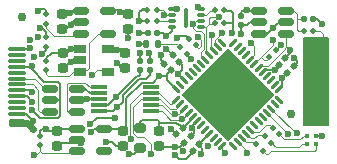
<source format=gbr>
%TF.GenerationSoftware,KiCad,Pcbnew,(6.0.4)*%
%TF.CreationDate,2022-11-15T14:04:26+01:00*%
%TF.ProjectId,tk1,746b312e-6b69-4636-9164-5f7063625858,rev?*%
%TF.SameCoordinates,Original*%
%TF.FileFunction,Copper,L1,Top*%
%TF.FilePolarity,Positive*%
%FSLAX46Y46*%
G04 Gerber Fmt 4.6, Leading zero omitted, Abs format (unit mm)*
G04 Created by KiCad (PCBNEW (6.0.4)) date 2022-11-15 14:04:26*
%MOMM*%
%LPD*%
G01*
G04 APERTURE LIST*
G04 Aperture macros list*
%AMRoundRect*
0 Rectangle with rounded corners*
0 $1 Rounding radius*
0 $2 $3 $4 $5 $6 $7 $8 $9 X,Y pos of 4 corners*
0 Add a 4 corners polygon primitive as box body*
4,1,4,$2,$3,$4,$5,$6,$7,$8,$9,$2,$3,0*
0 Add four circle primitives for the rounded corners*
1,1,$1+$1,$2,$3*
1,1,$1+$1,$4,$5*
1,1,$1+$1,$6,$7*
1,1,$1+$1,$8,$9*
0 Add four rect primitives between the rounded corners*
20,1,$1+$1,$2,$3,$4,$5,0*
20,1,$1+$1,$4,$5,$6,$7,0*
20,1,$1+$1,$6,$7,$8,$9,0*
20,1,$1+$1,$8,$9,$2,$3,0*%
%AMRotRect*
0 Rectangle, with rotation*
0 The origin of the aperture is its center*
0 $1 length*
0 $2 width*
0 $3 Rotation angle, in degrees counterclockwise*
0 Add horizontal line*
21,1,$1,$2,0,0,$3*%
G04 Aperture macros list end*
%TA.AperFunction,SMDPad,CuDef*%
%ADD10C,0.750000*%
%TD*%
%TA.AperFunction,SMDPad,CuDef*%
%ADD11RoundRect,0.129500X0.129500X-0.150500X0.129500X0.150500X-0.129500X0.150500X-0.129500X-0.150500X0*%
%TD*%
%TA.AperFunction,SMDPad,CuDef*%
%ADD12RoundRect,0.129500X-0.014849X-0.197990X0.197990X0.014849X0.014849X0.197990X-0.197990X-0.014849X0*%
%TD*%
%TA.AperFunction,SMDPad,CuDef*%
%ADD13RoundRect,0.129500X0.014849X0.197990X-0.197990X-0.014849X-0.014849X-0.197990X0.197990X0.014849X0*%
%TD*%
%TA.AperFunction,SMDPad,CuDef*%
%ADD14RoundRect,0.129500X0.197990X-0.014849X-0.014849X0.197990X-0.197990X0.014849X0.014849X-0.197990X0*%
%TD*%
%TA.AperFunction,SMDPad,CuDef*%
%ADD15RoundRect,0.147500X0.147500X0.172500X-0.147500X0.172500X-0.147500X-0.172500X0.147500X-0.172500X0*%
%TD*%
%TA.AperFunction,SMDPad,CuDef*%
%ADD16R,0.450000X0.450000*%
%TD*%
%TA.AperFunction,SMDPad,CuDef*%
%ADD17RoundRect,0.112500X-0.112500X0.112500X-0.112500X-0.112500X0.112500X-0.112500X0.112500X0.112500X0*%
%TD*%
%TA.AperFunction,SMDPad,CuDef*%
%ADD18RoundRect,0.112500X-0.159099X0.000000X0.000000X-0.159099X0.159099X0.000000X0.000000X0.159099X0*%
%TD*%
%TA.AperFunction,SMDPad,CuDef*%
%ADD19RoundRect,0.112500X0.000000X0.159099X-0.159099X0.000000X0.000000X-0.159099X0.159099X0.000000X0*%
%TD*%
%TA.AperFunction,SMDPad,CuDef*%
%ADD20RoundRect,0.150000X0.512500X0.150000X-0.512500X0.150000X-0.512500X-0.150000X0.512500X-0.150000X0*%
%TD*%
%TA.AperFunction,SMDPad,CuDef*%
%ADD21RoundRect,0.062500X0.220971X0.309359X-0.309359X-0.220971X-0.220971X-0.309359X0.309359X0.220971X0*%
%TD*%
%TA.AperFunction,SMDPad,CuDef*%
%ADD22RoundRect,0.062500X-0.220971X0.309359X-0.309359X0.220971X0.220971X-0.309359X0.309359X-0.220971X0*%
%TD*%
%TA.AperFunction,SMDPad,CuDef*%
%ADD23RotRect,5.600000X5.600000X225.000000*%
%TD*%
%TA.AperFunction,SMDPad,CuDef*%
%ADD24RoundRect,0.200000X-0.225000X0.200000X-0.225000X-0.200000X0.225000X-0.200000X0.225000X0.200000X0*%
%TD*%
%TA.AperFunction,SMDPad,CuDef*%
%ADD25RoundRect,0.200000X-0.275000X0.200000X-0.275000X-0.200000X0.275000X-0.200000X0.275000X0.200000X0*%
%TD*%
%TA.AperFunction,SMDPad,CuDef*%
%ADD26RoundRect,0.112500X0.112500X-0.112500X0.112500X0.112500X-0.112500X0.112500X-0.112500X-0.112500X0*%
%TD*%
%TA.AperFunction,SMDPad,CuDef*%
%ADD27RoundRect,0.150000X-0.512500X-0.150000X0.512500X-0.150000X0.512500X0.150000X-0.512500X0.150000X0*%
%TD*%
%TA.AperFunction,SMDPad,CuDef*%
%ADD28R,1.000000X0.700000*%
%TD*%
%TA.AperFunction,SMDPad,CuDef*%
%ADD29RoundRect,0.112500X0.112500X0.112500X-0.112500X0.112500X-0.112500X-0.112500X0.112500X-0.112500X0*%
%TD*%
%TA.AperFunction,SMDPad,CuDef*%
%ADD30RoundRect,0.129500X0.150500X0.129500X-0.150500X0.129500X-0.150500X-0.129500X0.150500X-0.129500X0*%
%TD*%
%TA.AperFunction,SMDPad,CuDef*%
%ADD31R,1.400000X0.300000*%
%TD*%
%TA.AperFunction,SMDPad,CuDef*%
%ADD32RoundRect,0.112500X-0.112500X-0.112500X0.112500X-0.112500X0.112500X0.112500X-0.112500X0.112500X0*%
%TD*%
%TA.AperFunction,SMDPad,CuDef*%
%ADD33RoundRect,0.075000X0.225000X0.075000X-0.225000X0.075000X-0.225000X-0.075000X0.225000X-0.075000X0*%
%TD*%
%TA.AperFunction,SMDPad,CuDef*%
%ADD34RoundRect,0.075000X-0.075000X-0.775000X0.075000X-0.775000X0.075000X0.775000X-0.075000X0.775000X0*%
%TD*%
%TA.AperFunction,SMDPad,CuDef*%
%ADD35RoundRect,0.129500X-0.150500X-0.129500X0.150500X-0.129500X0.150500X0.129500X-0.150500X0.129500X0*%
%TD*%
%TA.AperFunction,SMDPad,CuDef*%
%ADD36RoundRect,0.250000X0.650000X-0.325000X0.650000X0.325000X-0.650000X0.325000X-0.650000X-0.325000X0*%
%TD*%
%TA.AperFunction,SMDPad,CuDef*%
%ADD37RoundRect,0.075000X0.675000X0.075000X-0.675000X0.075000X-0.675000X-0.075000X0.675000X-0.075000X0*%
%TD*%
%TA.AperFunction,SMDPad,CuDef*%
%ADD38RoundRect,0.175000X0.525000X0.175000X-0.525000X0.175000X-0.525000X-0.175000X0.525000X-0.175000X0*%
%TD*%
%TA.AperFunction,ViaPad*%
%ADD39C,0.600000*%
%TD*%
%TA.AperFunction,Conductor*%
%ADD40C,0.200000*%
%TD*%
%TA.AperFunction,Conductor*%
%ADD41C,0.600000*%
%TD*%
%TA.AperFunction,Conductor*%
%ADD42C,0.125000*%
%TD*%
G04 APERTURE END LIST*
D10*
%TO.P,FID1,*%
%TO.N,*%
X101500000Y-88500000D03*
%TD*%
%TO.P,FID2,*%
%TO.N,*%
X124250000Y-96750000D03*
%TD*%
D11*
%TO.P,C7,1*%
%TO.N,+3V3*%
X111450000Y-93040000D03*
%TO.P,C7,2*%
%TO.N,GND*%
X111450000Y-92260000D03*
%TD*%
%TO.P,C13,1*%
%TO.N,+3V3*%
X112350000Y-93040000D03*
%TO.P,C13,2*%
%TO.N,GND*%
X112350000Y-92260000D03*
%TD*%
D12*
%TO.P,C16,1*%
%TO.N,+1V2*%
X123224228Y-92575772D03*
%TO.P,C16,2*%
%TO.N,GND*%
X123775772Y-92024228D03*
%TD*%
D13*
%TO.P,C17,1*%
%TO.N,/Application FPGA/APP_+1.2_PLL*%
X115075772Y-97924228D03*
%TO.P,C17,2*%
%TO.N,GND*%
X114524228Y-98475772D03*
%TD*%
D14*
%TO.P,C18,1*%
%TO.N,+2V5*%
X114075772Y-93025772D03*
%TO.P,C18,2*%
%TO.N,GND*%
X113524228Y-92474228D03*
%TD*%
D12*
%TO.P,C19,1*%
%TO.N,+3V3*%
X123924228Y-93275772D03*
%TO.P,C19,2*%
%TO.N,GND*%
X124475772Y-92724228D03*
%TD*%
D13*
%TO.P,C20,1*%
%TO.N,+1V2*%
X115775772Y-98624228D03*
%TO.P,C20,2*%
%TO.N,GND*%
X115224228Y-99175772D03*
%TD*%
%TO.P,C21,1*%
%TO.N,+3V3*%
X116475772Y-99324228D03*
%TO.P,C21,2*%
%TO.N,GND*%
X115924228Y-99875772D03*
%TD*%
D15*
%TO.P,D1,1,K*%
%TO.N,Net-(D1-Pad1)*%
X112985000Y-90850000D03*
%TO.P,D1,2,A*%
%TO.N,+2V5*%
X112015000Y-90850000D03*
%TD*%
D16*
%TO.P,D3,1,A*%
%TO.N,+3V3*%
X126380000Y-98570000D03*
%TO.P,D3,2,RK*%
%TO.N,Net-(D3-Pad2)*%
X126380000Y-99330000D03*
%TO.P,D3,3,GK*%
%TO.N,Net-(D3-Pad3)*%
X125620000Y-99330000D03*
%TO.P,D3,4,BK*%
%TO.N,Net-(D3-Pad4)*%
X125620000Y-98570000D03*
%TD*%
D17*
%TO.P,R1,1*%
%TO.N,+5V*%
X103550000Y-88300000D03*
%TO.P,R1,2*%
%TO.N,Net-(R1-Pad2)*%
X103550000Y-89100000D03*
%TD*%
%TO.P,R2,1*%
%TO.N,+5V*%
X103550000Y-92250000D03*
%TO.P,R2,2*%
%TO.N,VCC_OK*%
X103550000Y-93050000D03*
%TD*%
D18*
%TO.P,R16,1*%
%TO.N,APP_LED_RED*%
X121317157Y-99317157D03*
%TO.P,R16,2*%
%TO.N,Net-(D3-Pad2)*%
X121882843Y-99882843D03*
%TD*%
%TO.P,R17,1*%
%TO.N,APP_LED_GREEN*%
X122017157Y-98617157D03*
%TO.P,R17,2*%
%TO.N,Net-(D3-Pad3)*%
X122582843Y-99182843D03*
%TD*%
%TO.P,R18,1*%
%TO.N,APP_LED_BLUE*%
X122717157Y-97917157D03*
%TO.P,R18,2*%
%TO.N,Net-(D3-Pad4)*%
X123282843Y-98482843D03*
%TD*%
D19*
%TO.P,R19,1*%
%TO.N,+3V3*%
X122982843Y-91367157D03*
%TO.P,R19,2*%
%TO.N,APP_CDONE*%
X122417157Y-91932843D03*
%TD*%
D20*
%TO.P,U5,1,I/O1*%
%TO.N,INT_USB_D+*%
X106137500Y-96550000D03*
%TO.P,U5,2,GND*%
%TO.N,GND*%
X106137500Y-95600000D03*
%TO.P,U5,3,I/O2*%
%TO.N,INT_USB_D-*%
X106137500Y-94650000D03*
%TO.P,U5,4,I/O2*%
%TO.N,/USB to Serial converter/INT_USB_IN_D-*%
X103862500Y-94650000D03*
%TO.P,U5,5,VBUS*%
%TO.N,+5V*%
X103862500Y-95600000D03*
%TO.P,U5,6,I/O1*%
%TO.N,/USB to Serial converter/INT_USB_IN_D+*%
X103862500Y-96550000D03*
%TD*%
D21*
%TO.P,U6,1,VCCIO_2*%
%TO.N,+3V3*%
X123275223Y-94613864D03*
%TO.P,U6,2,IOB_6a*%
%TO.N,unconnected-(U6-Pad2)*%
X122921670Y-94260311D03*
%TO.P,U6,3,IOB_9b*%
%TO.N,unconnected-(U6-Pad3)*%
X122568116Y-93906757D03*
%TO.P,U6,4,IOB_8a*%
%TO.N,unconnected-(U6-Pad4)*%
X122214563Y-93553204D03*
%TO.P,U6,5,VCC*%
%TO.N,+1V2*%
X121861010Y-93199651D03*
%TO.P,U6,6,IOB_13b*%
%TO.N,TOUCH_EVENT*%
X121507456Y-92846097D03*
%TO.P,U6,7,CDONE*%
%TO.N,APP_CDONE*%
X121153903Y-92492544D03*
%TO.P,U6,8,~{CRESET}*%
%TO.N,APP_CRESET*%
X120800349Y-92138990D03*
%TO.P,U6,9,IOB_16a*%
%TO.N,unconnected-(U6-Pad9)*%
X120446796Y-91785437D03*
%TO.P,U6,10,IOB_18a*%
%TO.N,unconnected-(U6-Pad10)*%
X120093243Y-91431884D03*
%TO.P,U6,11,IOB_20a*%
%TO.N,unconnected-(U6-Pad11)*%
X119739689Y-91078330D03*
%TO.P,U6,12,IOB_22b*%
%TO.N,unconnected-(U6-Pad12)*%
X119386136Y-90724777D03*
D22*
%TO.P,U6,13,IOB_24a*%
%TO.N,unconnected-(U6-Pad13)*%
X118413864Y-90724777D03*
%TO.P,U6,14,IOB_32a_SPI_SO*%
%TO.N,APP_ICE_MISO*%
X118060311Y-91078330D03*
%TO.P,U6,15,IOB_34a_SPI_SCK*%
%TO.N,APP_ICE_SCK*%
X117706757Y-91431884D03*
%TO.P,U6,16,IOB_35b_SPI_SS*%
%TO.N,APP_ICE_SS*%
X117353204Y-91785437D03*
%TO.P,U6,17,IOB_33b_SPI_SI*%
%TO.N,APP_ICE_MOSI*%
X116999651Y-92138990D03*
%TO.P,U6,18,IOB_31b*%
%TO.N,unconnected-(U6-Pad18)*%
X116646097Y-92492544D03*
%TO.P,U6,19,IOB_29b*%
%TO.N,unconnected-(U6-Pad19)*%
X116292544Y-92846097D03*
%TO.P,U6,20,IOB_25b_G3*%
%TO.N,unconnected-(U6-Pad20)*%
X115938990Y-93199651D03*
%TO.P,U6,21,IOB_23b*%
%TO.N,unconnected-(U6-Pad21)*%
X115585437Y-93553204D03*
%TO.P,U6,22,SPI_VCCIO1*%
%TO.N,+3V3*%
X115231884Y-93906757D03*
%TO.P,U6,23,IOT_37a*%
%TO.N,unconnected-(U6-Pad23)*%
X114878330Y-94260311D03*
%TO.P,U6,24,VPP_2V5*%
%TO.N,+2V5*%
X114524777Y-94613864D03*
D21*
%TO.P,U6,25,IOT_36b*%
%TO.N,INTERFACE_TX*%
X114524777Y-95586136D03*
%TO.P,U6,26,IOT_39a*%
%TO.N,INTERFACE_RX*%
X114878330Y-95939689D03*
%TO.P,U6,27,IOT_38b*%
%TO.N,INTERFACE_CTS*%
X115231884Y-96293243D03*
%TO.P,U6,28,IOT_41a*%
%TO.N,INTERFACE_RTS*%
X115585437Y-96646796D03*
%TO.P,U6,29,VCCPLL*%
%TO.N,/Application FPGA/APP_+1.2_PLL*%
X115938990Y-97000349D03*
%TO.P,U6,30,VCC*%
%TO.N,+1V2*%
X116292544Y-97353903D03*
%TO.P,U6,31,IOT_42b*%
%TO.N,unconnected-(U6-Pad31)*%
X116646097Y-97707456D03*
%TO.P,U6,32,IOT_43a*%
%TO.N,unconnected-(U6-Pad32)*%
X116999651Y-98061010D03*
%TO.P,U6,33,VCCIO_0*%
%TO.N,+3V3*%
X117353204Y-98414563D03*
%TO.P,U6,34,IOT_44b*%
%TO.N,unconnected-(U6-Pad34)*%
X117706757Y-98768116D03*
%TO.P,U6,35,IOT_46b_G0*%
%TO.N,unconnected-(U6-Pad35)*%
X118060311Y-99121670D03*
%TO.P,U6,36,IOT_48b*%
%TO.N,APP_GPIO1*%
X118413864Y-99475223D03*
D22*
%TO.P,U6,37,IOT_45a_G1*%
%TO.N,unconnected-(U6-Pad37)*%
X119386136Y-99475223D03*
%TO.P,U6,38,IOT_50b*%
%TO.N,APP_GPIO2*%
X119739689Y-99121670D03*
%TO.P,U6,39,RGB0*%
%TO.N,APP_LED_RED*%
X120093243Y-98768116D03*
%TO.P,U6,40,RGB1*%
%TO.N,APP_LED_GREEN*%
X120446796Y-98414563D03*
%TO.P,U6,41,RGB2*%
%TO.N,APP_LED_BLUE*%
X120800349Y-98061010D03*
%TO.P,U6,42,IOT_51a*%
%TO.N,unconnected-(U6-Pad42)*%
X121153903Y-97707456D03*
%TO.P,U6,43,IOT_49a*%
%TO.N,unconnected-(U6-Pad43)*%
X121507456Y-97353903D03*
%TO.P,U6,44,IOB_3b_G6*%
%TO.N,unconnected-(U6-Pad44)*%
X121861010Y-97000349D03*
%TO.P,U6,45,IOB_5b*%
%TO.N,APP_GPIO3*%
X122214563Y-96646796D03*
%TO.P,U6,46,IOB_0a*%
%TO.N,APP_GPIO4*%
X122568116Y-96293243D03*
%TO.P,U6,47,IOB_2a*%
%TO.N,unconnected-(U6-Pad47)*%
X122921670Y-95939689D03*
%TO.P,U6,48,IOB_4a*%
%TO.N,unconnected-(U6-Pad48)*%
X123275223Y-95586136D03*
D23*
%TO.P,U6,49,GND*%
%TO.N,GND*%
X118900000Y-95100000D03*
%TD*%
D24*
%TO.P,C6,1*%
%TO.N,+5V*%
X104943750Y-91550000D03*
%TO.P,C6,2*%
%TO.N,GND*%
X104943750Y-92850000D03*
%TD*%
%TO.P,C25,1*%
%TO.N,/Application FPGA/APP_+1.2_PLL*%
X113050000Y-98150000D03*
%TO.P,C25,2*%
%TO.N,GND*%
X113050000Y-99450000D03*
%TD*%
D25*
%TO.P,FB3,1*%
%TO.N,/Application FPGA/APP_+1.2_PLL*%
X111500000Y-97975000D03*
%TO.P,FB3,2*%
%TO.N,+1V2*%
X111500000Y-99625000D03*
%TD*%
D17*
%TO.P,R22,1*%
%TO.N,+5V*%
X103000000Y-98600000D03*
%TO.P,R22,2*%
%TO.N,SPI_VCC_OK*%
X103000000Y-99400000D03*
%TD*%
D26*
%TO.P,R29,1*%
%TO.N,Net-(P1-PadA5)*%
X103550000Y-91050000D03*
%TO.P,R29,2*%
%TO.N,GND*%
X103550000Y-90250000D03*
%TD*%
D18*
%TO.P,R20,1*%
%TO.N,+3V3*%
X115617157Y-90367157D03*
%TO.P,R20,2*%
%TO.N,APP_CRESET*%
X116182843Y-90932843D03*
%TD*%
D24*
%TO.P,C1,1*%
%TO.N,+5V*%
X104843750Y-88250000D03*
%TO.P,C1,2*%
%TO.N,GND*%
X104843750Y-89550000D03*
%TD*%
%TO.P,C5,1*%
%TO.N,+1V2*%
X110450000Y-88250000D03*
%TO.P,C5,2*%
%TO.N,GND*%
X110450000Y-89550000D03*
%TD*%
D27*
%TO.P,U2,1,Vin*%
%TO.N,+5V*%
X106506250Y-88050000D03*
%TO.P,U2,2,GND*%
%TO.N,GND*%
X106506250Y-89000000D03*
%TO.P,U2,3,EN*%
%TO.N,Net-(R1-Pad2)*%
X106506250Y-89950000D03*
%TO.P,U2,4,PG*%
%TO.N,VCC_OK*%
X108781250Y-89950000D03*
%TO.P,U2,5,Vout*%
%TO.N,+1V2*%
X108781250Y-88050000D03*
%TD*%
D24*
%TO.P,C4,1*%
%TO.N,+2V5*%
X110000000Y-98150000D03*
%TO.P,C4,2*%
%TO.N,GND*%
X110000000Y-99450000D03*
%TD*%
%TO.P,C2,1*%
%TO.N,+5V*%
X104450000Y-98150000D03*
%TO.P,C2,2*%
%TO.N,GND*%
X104450000Y-99450000D03*
%TD*%
D27*
%TO.P,U1,1,Vin*%
%TO.N,+5V*%
X106112500Y-98000000D03*
%TO.P,U1,2,GND*%
%TO.N,GND*%
X106112500Y-98950000D03*
%TO.P,U1,3,/SHDN*%
%TO.N,SPI_VCC_OK*%
X106112500Y-99900000D03*
%TO.P,U1,4,PWRGD*%
%TO.N,unconnected-(U1-Pad4)*%
X108387500Y-99900000D03*
%TO.P,U1,5,Vout*%
%TO.N,+2V5*%
X108387500Y-98000000D03*
%TD*%
D24*
%TO.P,C3,1*%
%TO.N,+3V3*%
X110243750Y-91550000D03*
%TO.P,C3,2*%
%TO.N,GND*%
X110243750Y-92850000D03*
%TD*%
D18*
%TO.P,R3,1*%
%TO.N,Net-(D1-Pad1)*%
X114867157Y-91067157D03*
%TO.P,R3,2*%
%TO.N,GND*%
X115432843Y-91632843D03*
%TD*%
D14*
%TO.P,C22,1*%
%TO.N,+3V3*%
X114775772Y-92325772D03*
%TO.P,C22,2*%
%TO.N,GND*%
X114224228Y-91774228D03*
%TD*%
D28*
%TO.P,U9,1,IN*%
%TO.N,+5V*%
X106393750Y-91250000D03*
%TO.P,U9,2,GND*%
%TO.N,GND*%
X106393750Y-92200000D03*
%TO.P,U9,3,EN*%
%TO.N,VCC_OK*%
X106393750Y-93150000D03*
%TO.P,U9,4,PG*%
%TO.N,SPI_VCC_OK*%
X108793750Y-93150000D03*
%TO.P,U9,5,OUT*%
%TO.N,+3V3*%
X108793750Y-91250000D03*
%TD*%
D29*
%TO.P,R25,1*%
%TO.N,+3V3*%
X118600000Y-87950000D03*
%TO.P,R25,2*%
%TO.N,/Application FPGA/APP_FLASH_WP*%
X117800000Y-87950000D03*
%TD*%
D30*
%TO.P,C23,1*%
%TO.N,+3V3*%
X112890000Y-89850000D03*
%TO.P,C23,2*%
%TO.N,GND*%
X112110000Y-89850000D03*
%TD*%
D31*
%TO.P,U3,1,RTS(P1.4)*%
%TO.N,INTERFACE_RTS*%
X112400000Y-96500000D03*
%TO.P,U3,2,CTS(P1.5)*%
%TO.N,INTERFACE_CTS*%
X112400000Y-96000000D03*
%TO.P,U3,3,RX(PP1.6)*%
%TO.N,INTERFACE_RX*%
X112400000Y-95500000D03*
%TO.P,U3,4,TX(P1.7)*%
%TO.N,INTERFACE_TX*%
X112400000Y-95000000D03*
%TO.P,U3,5,RST*%
%TO.N,unconnected-(U3-Pad5)*%
X112400000Y-94500000D03*
%TO.P,U3,6,UDP(P3.6)*%
%TO.N,INT_USB_D+*%
X108000000Y-94500000D03*
%TO.P,U3,7,UDM(P3.7)*%
%TO.N,INT_USB_D-*%
X108000000Y-95000000D03*
%TO.P,U3,8,GND*%
%TO.N,GND*%
X108000000Y-95500000D03*
%TO.P,U3,9,VCC*%
%TO.N,+3V3*%
X108000000Y-96000000D03*
%TO.P,U3,10,V33*%
X108000000Y-96500000D03*
%TD*%
D11*
%TO.P,C26,1*%
%TO.N,+3V3*%
X120050000Y-89240000D03*
%TO.P,C26,2*%
%TO.N,GND*%
X120050000Y-88460000D03*
%TD*%
D29*
%TO.P,R23,1*%
%TO.N,+3V3*%
X118600000Y-89050000D03*
%TO.P,R23,2*%
%TO.N,APP_ICE_SS*%
X117800000Y-89050000D03*
%TD*%
D32*
%TO.P,R26,1*%
%TO.N,+3V3*%
X112100000Y-88900000D03*
%TO.P,R26,2*%
%TO.N,/Application FPGA/APP_FLASH_HOLD*%
X112900000Y-88900000D03*
%TD*%
D20*
%TO.P,U10,1,QC*%
%TO.N,TOUCH_EVENT*%
X123837500Y-89950000D03*
%TO.P,U10,2,VSS*%
%TO.N,GND*%
X123837500Y-89000000D03*
%TO.P,U10,3,TCH*%
%TO.N,Net-(C27-Pad1)*%
X123837500Y-88050000D03*
%TO.P,U10,4,AHLB*%
%TO.N,GND*%
X121562500Y-88050000D03*
%TO.P,U10,5,VDD*%
%TO.N,+3V3*%
X121562500Y-89000000D03*
%TO.P,U10,6,TOG*%
%TO.N,GND*%
X121562500Y-89950000D03*
%TD*%
D33*
%TO.P,U8,1,~{CS}*%
%TO.N,APP_ICE_SS*%
X116650000Y-89350000D03*
%TO.P,U8,2,DO(IO1)*%
%TO.N,APP_ICE_MOSI*%
X116650000Y-88850000D03*
%TO.P,U8,3,IO2*%
%TO.N,/Application FPGA/APP_FLASH_WP*%
X116650000Y-88350000D03*
%TO.P,U8,4,GND*%
%TO.N,GND*%
X116650000Y-87850000D03*
%TO.P,U8,5,DI(IO0)*%
%TO.N,APP_ICE_MISO*%
X114150000Y-87850000D03*
%TO.P,U8,6,CLK*%
%TO.N,APP_ICE_SCK*%
X114150000Y-88350000D03*
%TO.P,U8,7,IO3*%
%TO.N,/Application FPGA/APP_FLASH_HOLD*%
X114150000Y-88850000D03*
%TO.P,U8,8,VCC*%
%TO.N,+3V3*%
X114150000Y-89350000D03*
D34*
%TO.P,U8,9,EXP*%
%TO.N,unconnected-(U8-Pad9)*%
X115400000Y-88600000D03*
%TD*%
D32*
%TO.P,R30,1*%
%TO.N,Net-(C27-Pad1)*%
X125350000Y-89700000D03*
%TO.P,R30,2*%
%TO.N,/Application FPGA/TOUCH_PAD*%
X126150000Y-89700000D03*
%TD*%
D35*
%TO.P,C27,1*%
%TO.N,Net-(C27-Pad1)*%
X125360000Y-88700000D03*
%TO.P,C27,2*%
%TO.N,GND*%
X126140000Y-88700000D03*
%TD*%
D36*
%TO.P,C8,1*%
%TO.N,/Application FPGA/TOUCH_PAD*%
X126200000Y-95475000D03*
%TO.P,C8,2*%
X126200000Y-92525000D03*
%TD*%
D37*
%TO.P,P1,A1,GND*%
%TO.N,GND*%
X101050000Y-96750000D03*
%TO.P,P1,A2,TX1+*%
%TO.N,unconnected-(P1-PadA2)*%
X101050000Y-96250000D03*
%TO.P,P1,A3,TX1-*%
%TO.N,unconnected-(P1-PadA3)*%
X101050000Y-95750000D03*
%TO.P,P1,A4,VBUS*%
%TO.N,+5V*%
X101050000Y-95250000D03*
%TO.P,P1,A5,CC*%
%TO.N,Net-(P1-PadA5)*%
X101050000Y-94750000D03*
%TO.P,P1,A6,D+*%
%TO.N,/USB to Serial converter/INT_USB_IN_D+*%
X101050000Y-94250000D03*
%TO.P,P1,A7,D-*%
%TO.N,/USB to Serial converter/INT_USB_IN_D-*%
X101050000Y-93750000D03*
%TO.P,P1,A8,SBU1*%
%TO.N,unconnected-(P1-PadA8)*%
X101050000Y-93250000D03*
%TO.P,P1,A9,VBUS*%
%TO.N,+5V*%
X101050000Y-92750000D03*
%TO.P,P1,A10,RX2-*%
%TO.N,unconnected-(P1-PadA10)*%
X101050000Y-92250000D03*
%TO.P,P1,A11,RX2+*%
%TO.N,unconnected-(P1-PadA11)*%
X101050000Y-91750000D03*
%TO.P,P1,A12,GND*%
%TO.N,GND*%
X101050000Y-91250000D03*
D38*
%TO.P,P1,S1,SHIELD*%
X101100000Y-97500000D03*
%TD*%
D32*
%TO.P,R24,1*%
%TO.N,+3V3*%
X112100000Y-87950000D03*
%TO.P,R24,2*%
%TO.N,APP_ICE_SCK*%
X112900000Y-87950000D03*
%TD*%
D39*
%TO.N,GND*%
X113700000Y-91262489D03*
X126850000Y-89100000D03*
X109499292Y-92457430D03*
X105643750Y-92350000D03*
X114400000Y-100200000D03*
X102200000Y-90500000D03*
X107017510Y-95517510D03*
X112200000Y-91600000D03*
X117900000Y-96100000D03*
X116900000Y-95100000D03*
X114080000Y-98030000D03*
X110450000Y-90350000D03*
X116345293Y-87690236D03*
X119850000Y-94100000D03*
X118900000Y-93100000D03*
X102800000Y-90200000D03*
X102987526Y-89456771D03*
X124200000Y-91350000D03*
X102200000Y-91150000D03*
X111450000Y-91600000D03*
X113250000Y-91750000D03*
X114400000Y-99524500D03*
X117900000Y-94100000D03*
X105593750Y-89200000D03*
X118900000Y-95100000D03*
X122700000Y-89500000D03*
X108600500Y-99100000D03*
X106500000Y-99200000D03*
X120500000Y-87950000D03*
X119850000Y-96100000D03*
X102400000Y-98000000D03*
X102400000Y-97350000D03*
X124500000Y-92000000D03*
X120900000Y-95100000D03*
X111400000Y-89850000D03*
X115800000Y-92050000D03*
X118850000Y-97100000D03*
%TO.N,+5V*%
X105543750Y-88200000D03*
X105593750Y-91250000D03*
X102500000Y-91950000D03*
X103500000Y-98000000D03*
X102300000Y-92650000D03*
X102350000Y-95700000D03*
X102800000Y-88050000D03*
X102350000Y-96450000D03*
%TO.N,+3V3*%
X114700000Y-93400000D03*
X123371981Y-90871981D03*
X111400000Y-88850000D03*
X119300000Y-89900000D03*
X107256692Y-97601839D03*
X123522528Y-93677472D03*
X116610383Y-100162874D03*
X109550000Y-96150000D03*
X114599988Y-90338489D03*
X109543750Y-91350000D03*
X109350000Y-97050000D03*
X109400000Y-95350000D03*
X120050000Y-90000000D03*
X126850000Y-98600000D03*
X113700000Y-90150000D03*
%TO.N,+2V5*%
X111400000Y-90800000D03*
X113100000Y-93550000D03*
X107300000Y-98300000D03*
%TO.N,+1V2*%
X122900238Y-93064220D03*
X115875683Y-97957964D03*
X110518912Y-100172510D03*
X109750000Y-88100000D03*
%TO.N,APP_CDONE*%
X122750000Y-90450000D03*
%TO.N,APP_CRESET*%
X116400000Y-90250000D03*
X120896377Y-90771778D03*
%TO.N,APP_ICE_SCK*%
X113500000Y-88388000D03*
X117562000Y-90050000D03*
%TO.N,SPI_VCC_OK*%
X107400000Y-93450000D03*
X102463948Y-100180819D03*
%TO.N,INTERFACE_TX*%
X110707631Y-98894377D03*
%TO.N,Net-(P1-PadA5)*%
X102346800Y-94903200D03*
X103206258Y-91637342D03*
%TO.N,APP_ICE_SS*%
X118183368Y-88496982D03*
%TO.N,APP_ICE_MOSI*%
X115986240Y-89094334D03*
%TO.N,APP_ICE_MISO*%
X118400000Y-89900000D03*
X114606642Y-87860883D03*
%TO.N,INTERFACE_RX*%
X112400000Y-100100000D03*
%TO.N,INTERFACE_RTS*%
X115001531Y-97152723D03*
X115142397Y-99910606D03*
%TO.N,INTERFACE_CTS*%
X117188553Y-99431165D03*
X114400000Y-96762000D03*
%TO.N,APP_GPIO1*%
X118700000Y-100050000D03*
%TO.N,APP_GPIO2*%
X120500000Y-100050000D03*
%TO.N,APP_GPIO3*%
X124000000Y-98400500D03*
%TO.N,APP_GPIO4*%
X124796800Y-98396800D03*
%TD*%
D40*
%TO.N,GND*%
X114400000Y-99524500D02*
X113124500Y-99524500D01*
X106137500Y-95600000D02*
X106935020Y-95600000D01*
X124750000Y-92250000D02*
X124750000Y-92450000D01*
D41*
X101900000Y-97500000D02*
X102400000Y-98000000D01*
D40*
X109891862Y-92850000D02*
X110243750Y-92850000D01*
X123150000Y-89050000D02*
X122700000Y-89500000D01*
X113524228Y-92474228D02*
X113250000Y-92200000D01*
X115174228Y-99175772D02*
X115224228Y-99175772D01*
X121562500Y-88050000D02*
X120600000Y-88050000D01*
X112350000Y-92260000D02*
X112350000Y-91750000D01*
X102400000Y-97350000D02*
X102400000Y-98000000D01*
X104950000Y-92750000D02*
X105150000Y-92750000D01*
X105150000Y-92750000D02*
X105650000Y-92250000D01*
X124750000Y-92450000D02*
X124475772Y-92724228D01*
X124500000Y-92000000D02*
X124750000Y-92250000D01*
X106312500Y-99200000D02*
X106112500Y-99000000D01*
X115432843Y-91632843D02*
X115432843Y-91682843D01*
X103550000Y-89820552D02*
X103287980Y-89558532D01*
X123837500Y-89050000D02*
X123150000Y-89050000D01*
X114400000Y-99524500D02*
X114825500Y-99524500D01*
X105700000Y-89000000D02*
X105250000Y-89450000D01*
X114825500Y-99524500D02*
X115174228Y-99175772D01*
X126450000Y-88700000D02*
X126850000Y-89100000D01*
X106506250Y-89000000D02*
X105793750Y-89000000D01*
X106500000Y-99200000D02*
X104700000Y-99200000D01*
D41*
X101100000Y-97500000D02*
X101900000Y-97500000D01*
D40*
X108000000Y-95450000D02*
X107085020Y-95450000D01*
X110450000Y-89550000D02*
X110450000Y-90350000D01*
X107085020Y-95450000D02*
X107017510Y-95517510D01*
X101800000Y-96750000D02*
X102400000Y-97350000D01*
X113712489Y-91262489D02*
X114224228Y-91774228D01*
X113700000Y-91262489D02*
X113712489Y-91262489D01*
X103287980Y-89537980D02*
X103206771Y-89456771D01*
X109450000Y-99450000D02*
X110000000Y-99450000D01*
X103287980Y-89558532D02*
X103287980Y-89537980D01*
X116345293Y-87690236D02*
X116490236Y-87690236D01*
X114400000Y-100200000D02*
X114749511Y-100549511D01*
X124200000Y-91600000D02*
X123775772Y-92024228D01*
X105250000Y-89450000D02*
X104850000Y-89450000D01*
X106935020Y-95600000D02*
X107017510Y-95517510D01*
X113250000Y-92200000D02*
X113250000Y-91750000D01*
X120050000Y-88460000D02*
X120050000Y-88500000D01*
X115432843Y-91682843D02*
X115800000Y-92050000D01*
X105800000Y-92100000D02*
X105650000Y-92250000D01*
X106506250Y-89000000D02*
X105700000Y-89000000D01*
X101050000Y-96750000D02*
X101800000Y-96750000D01*
X102100000Y-91250000D02*
X102200000Y-91150000D01*
X101050000Y-91250000D02*
X102100000Y-91250000D01*
X120600000Y-88050000D02*
X120500000Y-87950000D01*
X120250000Y-87950000D02*
X120500000Y-87950000D01*
X104700000Y-99200000D02*
X104450000Y-99450000D01*
X114080000Y-98030000D02*
X114524228Y-98474228D01*
X114524228Y-98474228D02*
X114524228Y-98475772D01*
X112350000Y-91750000D02*
X112200000Y-91600000D01*
X120050000Y-88150000D02*
X120250000Y-87950000D01*
X115356905Y-100549511D02*
X115924228Y-99982188D01*
X121562500Y-90000000D02*
X122200000Y-90000000D01*
X111450000Y-92260000D02*
X111450000Y-91600000D01*
X108600500Y-99100000D02*
X109100000Y-99100000D01*
X106400000Y-92100000D02*
X105800000Y-92100000D01*
X103206771Y-89456771D02*
X102987526Y-89456771D01*
X124200000Y-91350000D02*
X124200000Y-91600000D01*
X109100000Y-99100000D02*
X109450000Y-99450000D01*
X120050000Y-88500000D02*
X120050000Y-88150000D01*
X126140000Y-88700000D02*
X126450000Y-88700000D01*
X116490236Y-87690236D02*
X116650000Y-87850000D01*
X106500000Y-99200000D02*
X106312500Y-99200000D01*
X115924228Y-99982188D02*
X115924228Y-99875772D01*
X114749511Y-100549511D02*
X115356905Y-100549511D01*
X109499292Y-92457430D02*
X109891862Y-92850000D01*
X103550000Y-90250000D02*
X103550000Y-89820552D01*
X122200000Y-90000000D02*
X122700000Y-89500000D01*
X112110000Y-89850000D02*
X111400000Y-89850000D01*
%TO.N,+5V*%
X103200000Y-98000000D02*
X103000000Y-98200000D01*
X105500000Y-88150000D02*
X104850000Y-88150000D01*
X103550000Y-88000000D02*
X103550000Y-88300000D01*
X104524546Y-94000000D02*
X104724520Y-94199974D01*
X103450000Y-87900000D02*
X103550000Y-88000000D01*
X104500000Y-97100000D02*
X103000000Y-97100000D01*
X103862500Y-95600000D02*
X104700000Y-95600000D01*
X102950000Y-87900000D02*
X103450000Y-87900000D01*
X104700000Y-95600000D02*
X104724520Y-95575480D01*
X106062500Y-98000000D02*
X104600000Y-98000000D01*
X101050000Y-92750000D02*
X102200000Y-92750000D01*
X104724520Y-94199974D02*
X104724520Y-95575480D01*
X103350000Y-94000000D02*
X104524546Y-94000000D01*
X102200000Y-92750000D02*
X102300000Y-92650000D01*
X104600000Y-98000000D02*
X104450000Y-98150000D01*
X103500000Y-98000000D02*
X103200000Y-98000000D01*
X104943750Y-91550000D02*
X105293750Y-91550000D01*
X105600000Y-91150000D02*
X106400000Y-91150000D01*
X101900000Y-95250000D02*
X101050000Y-95250000D01*
X104000000Y-91550000D02*
X104850000Y-91550000D01*
X105693750Y-88050000D02*
X106506250Y-88050000D01*
X104724520Y-96875480D02*
X104500000Y-97100000D01*
X102800000Y-88050000D02*
X102950000Y-87900000D01*
X105293750Y-91550000D02*
X105593750Y-91250000D01*
X103000000Y-98200000D02*
X103000000Y-98600000D01*
X103550000Y-92250000D02*
X103550000Y-92000000D01*
X103550000Y-92000000D02*
X104000000Y-91550000D01*
X102300000Y-92950000D02*
X103350000Y-94000000D01*
X103500000Y-98000000D02*
X103650000Y-98150000D01*
X102350000Y-95700000D02*
X101900000Y-95250000D01*
X103650000Y-98150000D02*
X104450000Y-98150000D01*
X104724520Y-95575480D02*
X104724520Y-96875480D01*
X102300000Y-92650000D02*
X102300000Y-92950000D01*
X103000000Y-97100000D02*
X102350000Y-96450000D01*
X105550000Y-88100000D02*
X105500000Y-88150000D01*
%TO.N,+3V3*%
X109400000Y-95350000D02*
X111250000Y-93500000D01*
X116720000Y-100053257D02*
X116610383Y-100162874D01*
X110000480Y-95176912D02*
X111377394Y-93800000D01*
X108000000Y-96000000D02*
X108750000Y-96000000D01*
X112100000Y-88900000D02*
X111450000Y-88900000D01*
X107808531Y-97050000D02*
X107256692Y-97601839D01*
X115400000Y-90150000D02*
X115617157Y-90367157D01*
X123522528Y-93677472D02*
X123522528Y-94366559D01*
X119365412Y-89034588D02*
X119365412Y-88215412D01*
X113700000Y-90150000D02*
X114150000Y-89700000D01*
X118600000Y-89050000D02*
X119350000Y-89050000D01*
X123522528Y-94366559D02*
X123275223Y-94613864D01*
X111724554Y-93800969D02*
X111999031Y-93800969D01*
X114599988Y-90338489D02*
X114788477Y-90150000D01*
X111600000Y-87950000D02*
X111400000Y-88150000D01*
X115050000Y-92600000D02*
X115050000Y-93050000D01*
X117353204Y-98446796D02*
X116475772Y-99324228D01*
X111400000Y-93500000D02*
X111450000Y-93450000D01*
X123924228Y-93275772D02*
X123600000Y-93600000D01*
X122982843Y-91367157D02*
X123371981Y-90978019D01*
X119365412Y-88215412D02*
X119300000Y-88150000D01*
X123371981Y-90978019D02*
X123371981Y-90871981D01*
X111450000Y-88900000D02*
X111400000Y-88850000D01*
X119365412Y-89834588D02*
X119365412Y-89034588D01*
X118600000Y-88000000D02*
X119150000Y-88000000D01*
X109350000Y-97050000D02*
X107808531Y-97050000D01*
X111250000Y-93500000D02*
X111400000Y-93500000D01*
X114788477Y-90150000D02*
X115400000Y-90150000D01*
X109450000Y-91150000D02*
X108800000Y-91150000D01*
X111723585Y-93800000D02*
X111724554Y-93800969D01*
X115231884Y-93906757D02*
X115206757Y-93906757D01*
X110000480Y-95699520D02*
X110000480Y-95176912D01*
X116475772Y-99324228D02*
X116475772Y-99415772D01*
X120050000Y-89240000D02*
X120510000Y-89240000D01*
X116720000Y-99660000D02*
X116720000Y-100053257D01*
X120750000Y-89000000D02*
X121562500Y-89000000D01*
X123522528Y-93677472D02*
X123924228Y-93275772D01*
X112100000Y-87950000D02*
X111600000Y-87950000D01*
X119300000Y-89900000D02*
X119365412Y-89834588D01*
X109550000Y-91250000D02*
X110050000Y-91250000D01*
X111700000Y-87850000D02*
X111400000Y-88150000D01*
X114775772Y-92325772D02*
X115050000Y-92600000D01*
X111999031Y-93800969D02*
X112350000Y-93450000D01*
X110050000Y-91250000D02*
X110250000Y-91450000D01*
X112100000Y-87850000D02*
X111700000Y-87850000D01*
X119150000Y-88000000D02*
X119300000Y-88150000D01*
X113700000Y-90150000D02*
X113400000Y-89850000D01*
X109200000Y-96500000D02*
X109550000Y-96150000D01*
X114150000Y-89700000D02*
X114150000Y-89350000D01*
X109550000Y-96150000D02*
X110000480Y-95699520D01*
X111400000Y-88150000D02*
X111400000Y-88850000D01*
X111450000Y-93450000D02*
X111450000Y-93040000D01*
X120050000Y-89240000D02*
X120050000Y-90000000D01*
X111377394Y-93800000D02*
X111723585Y-93800000D01*
X117353204Y-98414563D02*
X117353204Y-98446796D01*
X109550000Y-91250000D02*
X109450000Y-91150000D01*
X126820000Y-98570000D02*
X126380000Y-98570000D01*
X108750000Y-96000000D02*
X109400000Y-95350000D01*
X116475772Y-99415772D02*
X116720000Y-99660000D01*
X113400000Y-89850000D02*
X112890000Y-89850000D01*
X109250000Y-96450000D02*
X109550000Y-96150000D01*
X115050000Y-93050000D02*
X114700000Y-93400000D01*
X112350000Y-93450000D02*
X112350000Y-93040000D01*
X119350000Y-89050000D02*
X119365412Y-89034588D01*
X126850000Y-98600000D02*
X126820000Y-98570000D01*
X120510000Y-89240000D02*
X120750000Y-89000000D01*
X108000000Y-96500000D02*
X109200000Y-96500000D01*
X115206757Y-93906757D02*
X114700000Y-93400000D01*
%TO.N,+2V5*%
X110300000Y-95400978D02*
X110300000Y-97850000D01*
X109850000Y-98000000D02*
X110000000Y-98150000D01*
X110300000Y-97850000D02*
X110000000Y-98150000D01*
X113750000Y-93550000D02*
X113100000Y-93550000D01*
X107600000Y-98000000D02*
X108387500Y-98000000D01*
X111600489Y-94100489D02*
X110300000Y-95400978D01*
X107300000Y-98300000D02*
X107600000Y-98000000D01*
X108387500Y-98000000D02*
X109850000Y-98000000D01*
X111450000Y-90850000D02*
X111400000Y-90800000D01*
X113750000Y-93839087D02*
X113750000Y-93351544D01*
X112549511Y-94100489D02*
X111600489Y-94100489D01*
X113750000Y-93351544D02*
X114075772Y-93025772D01*
X112015000Y-90850000D02*
X111450000Y-90850000D01*
X114524777Y-94613864D02*
X113750000Y-93839087D01*
X113100000Y-93550000D02*
X112549511Y-94100489D01*
%TO.N,+1V2*%
X123224228Y-92575772D02*
X123224228Y-92740230D01*
X115875683Y-97770764D02*
X116292544Y-97353903D01*
X122078836Y-92981825D02*
X122817843Y-92981825D01*
X116050000Y-98350000D02*
X116050000Y-98132281D01*
X115875683Y-97957964D02*
X115875683Y-97770764D01*
X122817843Y-92981825D02*
X122900238Y-93064220D01*
X110518912Y-100172510D02*
X110952490Y-100172510D01*
X109900000Y-88250000D02*
X109750000Y-88100000D01*
X116050000Y-98132281D02*
X115875683Y-97957964D01*
X123224228Y-92740230D02*
X122900238Y-93064220D01*
X110450000Y-88250000D02*
X109900000Y-88250000D01*
X109600000Y-87950000D02*
X109750000Y-88100000D01*
X108787500Y-87950000D02*
X109600000Y-87950000D01*
X121861010Y-93199651D02*
X122078836Y-92981825D01*
X115775772Y-98624228D02*
X116050000Y-98350000D01*
X110952490Y-100172510D02*
X111500000Y-99625000D01*
D42*
%TO.N,Net-(D3-Pad2)*%
X122600000Y-99850000D02*
X126250000Y-99850000D01*
X121882843Y-99882843D02*
X122100000Y-100100000D01*
X122100000Y-100100000D02*
X122350000Y-100100000D01*
X126250000Y-99850000D02*
X126380000Y-99720000D01*
X122350000Y-100100000D02*
X122600000Y-99850000D01*
X126380000Y-99720000D02*
X126380000Y-99330000D01*
%TO.N,Net-(D3-Pad4)*%
X125000000Y-98900000D02*
X125330000Y-98570000D01*
X123700000Y-98900000D02*
X125000000Y-98900000D01*
X123282843Y-98482843D02*
X123700000Y-98900000D01*
X125330000Y-98570000D02*
X125620000Y-98570000D01*
%TO.N,Net-(D3-Pad3)*%
X124950000Y-99550000D02*
X123150000Y-99550000D01*
X125620000Y-99330000D02*
X125170000Y-99330000D01*
X125170000Y-99330000D02*
X124950000Y-99550000D01*
X122582843Y-99182843D02*
X122950000Y-99550000D01*
X122950000Y-99550000D02*
X123150000Y-99550000D01*
%TO.N,/USB to Serial converter/INT_USB_IN_D+*%
X103000000Y-96550000D02*
X103862500Y-96550000D01*
X102850000Y-96400000D02*
X103000000Y-96550000D01*
X102400000Y-94250000D02*
X102850000Y-94700000D01*
X101050000Y-94250000D02*
X102400000Y-94250000D01*
X102850000Y-94700000D02*
X102850000Y-96400000D01*
%TO.N,APP_CDONE*%
X122200000Y-92150000D02*
X121950000Y-92150000D01*
X121723223Y-91923223D02*
X122750000Y-90896447D01*
X122417157Y-91932843D02*
X122200000Y-92150000D01*
X121950000Y-92150000D02*
X121723223Y-91923223D01*
X122750000Y-90896447D02*
X122750000Y-90450000D01*
X121153903Y-92492544D02*
X121723223Y-91923223D01*
%TO.N,APP_CRESET*%
X116400000Y-91150000D02*
X116500000Y-91150000D01*
X116500000Y-91150000D02*
X116637491Y-91012509D01*
X116182843Y-90932843D02*
X116400000Y-91150000D01*
X116637491Y-90487491D02*
X116400000Y-90250000D01*
X116637491Y-91012509D02*
X116637491Y-90487491D01*
X121150000Y-91789339D02*
X120800349Y-92138990D01*
X120896377Y-90771778D02*
X121150000Y-91025401D01*
X121150000Y-91025401D02*
X121150000Y-91789339D01*
%TO.N,APP_ICE_SCK*%
X117450000Y-91175127D02*
X117706757Y-91431884D01*
X113400000Y-87950000D02*
X113500000Y-88050000D01*
X117450000Y-90162000D02*
X117450000Y-91175127D01*
X117562000Y-90050000D02*
X117450000Y-90162000D01*
X113500000Y-88388000D02*
X113500000Y-88050000D01*
X112900000Y-87950000D02*
X113400000Y-87950000D01*
X113538000Y-88350000D02*
X114150000Y-88350000D01*
%TO.N,Net-(R1-Pad2)*%
X103550000Y-89450000D02*
X103550000Y-89100000D01*
X106506250Y-89950000D02*
X106344230Y-90112020D01*
X106344230Y-90112020D02*
X104212020Y-90112020D01*
X104212020Y-90112020D02*
X103550000Y-89450000D01*
%TO.N,VCC_OK*%
X106400000Y-93050000D02*
X106300000Y-93150000D01*
X105800000Y-93150000D02*
X105450000Y-93500000D01*
X107950000Y-89950000D02*
X107150000Y-90750000D01*
X106950000Y-93050000D02*
X106400000Y-93050000D01*
X105450000Y-93500000D02*
X103650000Y-93500000D01*
X107150000Y-92850000D02*
X106950000Y-93050000D01*
X108781250Y-89950000D02*
X107950000Y-89950000D01*
X107150000Y-90750000D02*
X107150000Y-92850000D01*
X103650000Y-93500000D02*
X103550000Y-93400000D01*
X106300000Y-93150000D02*
X105800000Y-93150000D01*
X103550000Y-93400000D02*
X103550000Y-93050000D01*
%TO.N,APP_LED_RED*%
X121317157Y-99317157D02*
X121100000Y-99100000D01*
X120425127Y-99100000D02*
X120093243Y-98768116D01*
X121100000Y-99100000D02*
X120425127Y-99100000D01*
%TO.N,APP_LED_GREEN*%
X120446796Y-98414563D02*
X120832233Y-98800000D01*
X121800000Y-98500000D02*
X121967157Y-98667157D01*
X120832233Y-98800000D02*
X121150000Y-98800000D01*
X121150000Y-98800000D02*
X121450000Y-98500000D01*
X121450000Y-98500000D02*
X121800000Y-98500000D01*
%TO.N,APP_LED_BLUE*%
X122450000Y-97650000D02*
X122717157Y-97917157D01*
X121508665Y-98241335D02*
X122100000Y-97650000D01*
X120800349Y-98061010D02*
X120980674Y-98241335D01*
X120980674Y-98241335D02*
X121508665Y-98241335D01*
X122100000Y-97650000D02*
X122450000Y-97650000D01*
%TO.N,SPI_VCC_OK*%
X107800000Y-93050000D02*
X108800000Y-93050000D01*
X102463948Y-100180819D02*
X102669181Y-100180819D01*
X106012980Y-100049520D02*
X106112500Y-99950000D01*
X107400000Y-93450000D02*
X107800000Y-93050000D01*
X103199520Y-100049520D02*
X106012980Y-100049520D01*
X103000000Y-99400000D02*
X103000000Y-99850000D01*
X103000000Y-99850000D02*
X103199520Y-100049520D01*
X102669181Y-100180819D02*
X103000000Y-99850000D01*
%TO.N,/USB to Serial converter/INT_USB_IN_D-*%
X103450000Y-94650000D02*
X102550000Y-93750000D01*
X101050000Y-93750000D02*
X102550000Y-93750000D01*
X103862500Y-94650000D02*
X103450000Y-94650000D01*
%TO.N,INT_USB_D+*%
X105350000Y-96550000D02*
X106137500Y-96550000D01*
X105250000Y-96450000D02*
X105350000Y-96550000D01*
X107200000Y-94500000D02*
X106800000Y-94100000D01*
X105400000Y-94100000D02*
X105250000Y-94250000D01*
X106800000Y-94100000D02*
X105400000Y-94100000D01*
X105250000Y-94250000D02*
X105250000Y-96450000D01*
X107950000Y-94500000D02*
X107200000Y-94500000D01*
D40*
%TO.N,INT_USB_D-*%
X107950000Y-95000000D02*
X107200000Y-95000000D01*
X106850000Y-94650000D02*
X106137500Y-94650000D01*
X107200000Y-95000000D02*
X106850000Y-94650000D01*
%TO.N,/Application FPGA/APP_+1.2_PLL*%
X114830000Y-97680000D02*
X114740000Y-97680000D01*
X111500000Y-97400000D02*
X111650000Y-97250000D01*
X111650000Y-97250000D02*
X112950000Y-97250000D01*
X113050000Y-97350000D02*
X113050000Y-97500000D01*
X112950000Y-97250000D02*
X113050000Y-97350000D01*
X111500000Y-97975000D02*
X111500000Y-97400000D01*
X114560000Y-97500000D02*
X113050000Y-97500000D01*
X115938990Y-97061010D02*
X115075772Y-97924228D01*
X115938990Y-97000349D02*
X115938990Y-97061010D01*
X115075772Y-97924228D02*
X115074228Y-97924228D01*
X114740000Y-97680000D02*
X114560000Y-97500000D01*
X115074228Y-97924228D02*
X114830000Y-97680000D01*
X113050000Y-97500000D02*
X113050000Y-98150000D01*
D42*
%TO.N,INTERFACE_TX*%
X110707631Y-98894377D02*
X110600000Y-98786746D01*
X110600000Y-98786746D02*
X110600000Y-95925000D01*
X111525000Y-95000000D02*
X112400000Y-95000000D01*
X110600000Y-95925000D02*
X111525000Y-95000000D01*
X113100000Y-95000000D02*
X114000000Y-95900000D01*
X114210913Y-95900000D02*
X114524777Y-95586136D01*
X114000000Y-95900000D02*
X114210913Y-95900000D01*
X112400000Y-95000000D02*
X113100000Y-95000000D01*
D40*
%TO.N,Net-(P1-PadA5)*%
X102193600Y-94750000D02*
X102346800Y-94903200D01*
X103550000Y-91293600D02*
X103206258Y-91637342D01*
X103550000Y-91050000D02*
X103550000Y-91293600D01*
X101050000Y-94750000D02*
X102193600Y-94750000D01*
D42*
%TO.N,APP_ICE_SS*%
X117602576Y-89100000D02*
X117350000Y-89100000D01*
X117100000Y-89350000D02*
X117100000Y-91532233D01*
X117350000Y-88650000D02*
X117350000Y-89100000D01*
X117503018Y-88496982D02*
X117350000Y-88650000D01*
X118183368Y-88496982D02*
X117503018Y-88496982D01*
X117100000Y-91532233D02*
X117353204Y-91785437D01*
X116650000Y-89350000D02*
X117100000Y-89350000D01*
X117350000Y-89100000D02*
X117100000Y-89350000D01*
%TO.N,APP_ICE_MOSI*%
X116862011Y-90012011D02*
X116862011Y-91237989D01*
X116862011Y-91237989D02*
X116600000Y-91500000D01*
X116250000Y-89750000D02*
X116600000Y-89750000D01*
X116600000Y-89750000D02*
X116862011Y-90012011D01*
X115986240Y-89094334D02*
X115986240Y-89486240D01*
X116600000Y-91739339D02*
X116999651Y-92138990D01*
X116200000Y-88850000D02*
X116650000Y-88850000D01*
X115986240Y-89094334D02*
X115986240Y-89063760D01*
X115986240Y-89063760D02*
X116200000Y-88850000D01*
X115986240Y-89486240D02*
X116250000Y-89750000D01*
X116600000Y-91500000D02*
X116600000Y-91739339D01*
%TO.N,APP_ICE_MISO*%
X118400000Y-89900000D02*
X118390791Y-89900000D01*
X117842485Y-90448306D02*
X117842485Y-90860504D01*
X118390791Y-89900000D02*
X117842485Y-90448306D01*
X117842485Y-90860504D02*
X118060311Y-91078330D01*
X114606642Y-87860883D02*
X114595759Y-87850000D01*
X114595759Y-87850000D02*
X114150000Y-87850000D01*
%TO.N,INTERFACE_RX*%
X110862980Y-98362980D02*
X110862980Y-96187020D01*
X112400000Y-100100000D02*
X112400000Y-99269013D01*
X114000000Y-96300000D02*
X114518019Y-96300000D01*
X111200000Y-98700000D02*
X110862980Y-98362980D01*
X114518019Y-96300000D02*
X114878330Y-95939689D01*
X111830987Y-98700000D02*
X111200000Y-98700000D01*
X111550000Y-95500000D02*
X113200000Y-95500000D01*
X113200000Y-95500000D02*
X114000000Y-96300000D01*
X110862980Y-96187020D02*
X111550000Y-95500000D01*
X112400000Y-99269013D02*
X111830987Y-98700000D01*
%TO.N,INTERFACE_RTS*%
X115001531Y-97152723D02*
X114930243Y-97224011D01*
X114024011Y-97224011D02*
X113675000Y-96875000D01*
X114930243Y-97224011D02*
X114024011Y-97224011D01*
X114000000Y-97200000D02*
X114024011Y-97224011D01*
X113675000Y-96875000D02*
X114000000Y-97200000D01*
X113300000Y-96500000D02*
X113675000Y-96875000D01*
X112450000Y-96500000D02*
X113300000Y-96500000D01*
X115082233Y-97150000D02*
X115585437Y-96646796D01*
%TO.N,INTERFACE_CTS*%
X114100000Y-96750000D02*
X114775127Y-96750000D01*
X114775127Y-96750000D02*
X115231884Y-96293243D01*
X112450000Y-96000000D02*
X113350000Y-96000000D01*
X113350000Y-96000000D02*
X114100000Y-96750000D01*
%TO.N,Net-(C27-Pad1)*%
X123837500Y-88050000D02*
X124550000Y-88050000D01*
X124800000Y-89600000D02*
X124900000Y-89700000D01*
X124600000Y-88100000D02*
X124800000Y-88300000D01*
X124800000Y-88300000D02*
X124800000Y-88700000D01*
X125360000Y-88700000D02*
X124800000Y-88700000D01*
X124900000Y-89700000D02*
X125350000Y-89700000D01*
X124800000Y-88700000D02*
X124800000Y-89600000D01*
X124550000Y-88050000D02*
X124600000Y-88100000D01*
%TO.N,/Application FPGA/APP_FLASH_WP*%
X117400000Y-88000000D02*
X117800000Y-88000000D01*
X116650000Y-88350000D02*
X117050000Y-88350000D01*
X117050000Y-88350000D02*
X117400000Y-88000000D01*
%TO.N,/Application FPGA/APP_FLASH_HOLD*%
X112950000Y-88850000D02*
X114150000Y-88850000D01*
X112900000Y-88900000D02*
X112950000Y-88850000D01*
%TO.N,APP_GPIO1*%
X118413864Y-99475223D02*
X118413864Y-99763864D01*
X118413864Y-99763864D02*
X118700000Y-100050000D01*
%TO.N,APP_GPIO2*%
X120500000Y-100050000D02*
X120500000Y-99881982D01*
X119739689Y-99121670D02*
X119739689Y-99121671D01*
X120500000Y-99881982D02*
X120184009Y-99565991D01*
X119739689Y-99121671D02*
X120184009Y-99565991D01*
%TO.N,APP_GPIO3*%
X123968267Y-98400500D02*
X122214563Y-96646796D01*
X124000000Y-98400500D02*
X123968267Y-98400500D01*
%TO.N,APP_GPIO4*%
X122568116Y-96293243D02*
X122568116Y-96315233D01*
X122568116Y-96315233D02*
X124649683Y-98396800D01*
X124649683Y-98396800D02*
X124796800Y-98396800D01*
%TO.N,TOUCH_EVENT*%
X123837500Y-89950000D02*
X123837500Y-91059117D01*
X122334228Y-92665772D02*
X121687781Y-92665772D01*
X123737989Y-91262011D02*
X122334228Y-92665772D01*
X121687781Y-92665772D02*
X121507456Y-92846097D01*
X123837500Y-91059117D02*
X123737989Y-91158628D01*
X123737989Y-91158628D02*
X123737989Y-91262011D01*
%TO.N,Net-(D1-Pad1)*%
X114408116Y-90800000D02*
X114408616Y-90800500D01*
X112985000Y-90850000D02*
X113035000Y-90800000D01*
X114600500Y-90800500D02*
X114867157Y-91067157D01*
X113035000Y-90800000D02*
X114408116Y-90800000D01*
X114408616Y-90800500D02*
X114600500Y-90800500D01*
%TO.N,/Application FPGA/TOUCH_PAD*%
X126900000Y-89900000D02*
X126950000Y-89950000D01*
X126950000Y-89950000D02*
X126950000Y-91200000D01*
X126700000Y-89700000D02*
X126900000Y-89900000D01*
X126150000Y-89700000D02*
X126700000Y-89700000D01*
%TD*%
%TA.AperFunction,Conductor*%
%TO.N,/Application FPGA/TOUCH_PAD*%
G36*
X127387621Y-90220002D02*
G01*
X127434114Y-90273658D01*
X127445500Y-90326000D01*
X127445500Y-97674000D01*
X127425498Y-97742121D01*
X127371842Y-97788614D01*
X127319500Y-97800000D01*
X125426000Y-97800000D01*
X125357879Y-97779998D01*
X125311386Y-97726342D01*
X125300000Y-97674000D01*
X125300000Y-90326000D01*
X125320002Y-90257879D01*
X125373658Y-90211386D01*
X125426000Y-90200000D01*
X127319500Y-90200000D01*
X127387621Y-90220002D01*
G37*
%TD.AperFunction*%
%TD*%
M02*

</source>
